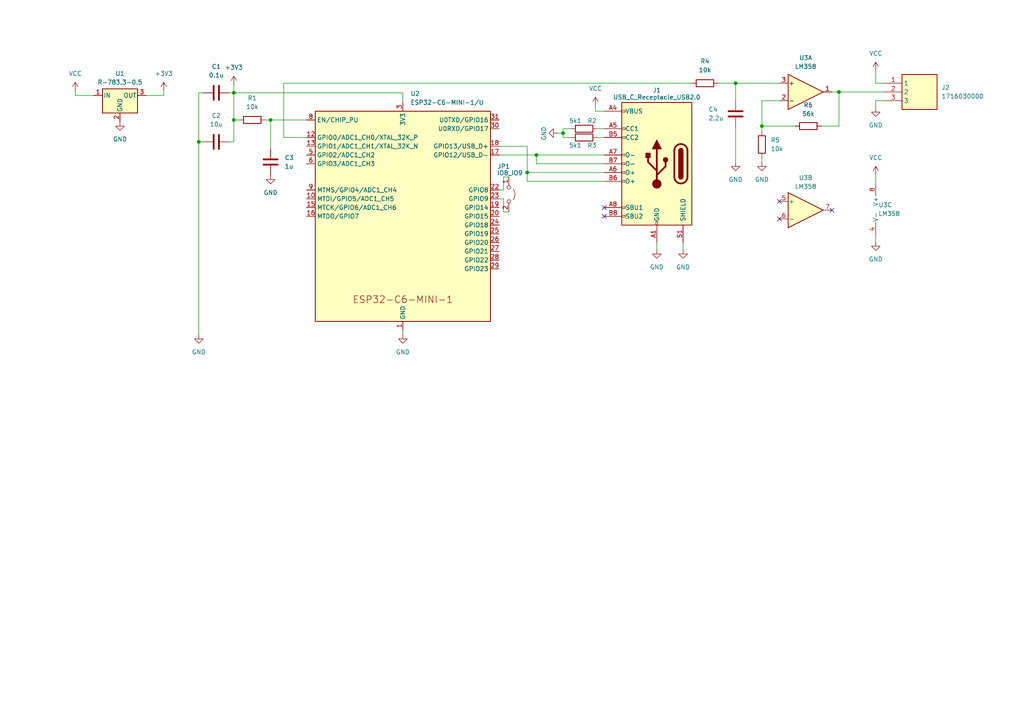
<source format=kicad_sch>
(kicad_sch (version 20231120) (generator "eeschema") (generator_version "8.0")
  (paper "A4")
  (lib_symbols
    (symbol "Amplifier_Operational:LM358" (pin_names (offset 0.127))
      (property "Reference" "U" (at 0 5.08 0))
      (property "Value" "LM358" (at 0 -5.08 0))
      (symbol "LM358_1_1"
        (polyline (pts (xy -5.08 5.08) (xy 5.08 0) (xy -5.08 -5.08) (xy -5.08 5.08)) (stroke (width 0.254)) (fill (type background)))
        (pin output line (at 7.62 0 180) (length 2.54) (name "~") (number "1"))
        (pin input line (at -7.62 -2.54 0) (length 2.54) (name "-") (number "2"))
        (pin input line (at -7.62 2.54 0) (length 2.54) (name "+") (number "3"))
      )
      (symbol "LM358_2_1"
        (polyline (pts (xy -5.08 5.08) (xy 5.08 0) (xy -5.08 -5.08) (xy -5.08 5.08)) (stroke (width 0.254)) (fill (type background)))
        (pin input line (at -7.62 2.54 0) (length 2.54) (name "+") (number "5"))
        (pin input line (at -7.62 -2.54 0) (length 2.54) (name "-") (number "6"))
        (pin output line (at 7.62 0 180) (length 2.54) (name "~") (number "7"))
      )
      (symbol "LM358_3_1"
        (pin power_in line (at -2.54 -7.62 90) (length 3.81) (name "V-") (number "4"))
        (pin power_in line (at -2.54 7.62 270) (length 3.81) (name "V+") (number "8"))
      )
    )
    (symbol "Connector:USB_C_Receptacle_USB2.0" (pin_names (offset 1.016))
      (property "Reference" "J" (at -10.16 19.05 0))
      (property "Value" "USB_C_Receptacle_USB2.0" (at 19.05 19.05 0))
      (symbol "USB_C_Receptacle_USB2.0_0_0"
        (rectangle (start -0.254 -17.78) (end 0.254 -16.764))
        (rectangle (start 10.16 -14.986) (end 9.144 -15.494))
        (rectangle (start 10.16 -12.446) (end 9.144 -12.954))
        (rectangle (start 10.16 -4.826) (end 9.144 -5.334))
        (rectangle (start 10.16 -2.286) (end 9.144 -2.794))
        (rectangle (start 10.16 0.254) (end 9.144 -0.254))
        (rectangle (start 10.16 2.794) (end 9.144 2.286))
        (rectangle (start 10.16 7.874) (end 9.144 7.366))
        (rectangle (start 10.16 10.414) (end 9.144 9.906))
        (rectangle (start 10.16 15.494) (end 9.144 14.986))
      )
      (symbol "USB_C_Receptacle_USB2.0_0_1"
        (rectangle (start -10.16 17.78) (end 10.16 -17.78) (stroke (width 0.254)) (fill (type background)))
        (arc (start -8.89 -3.81) (mid -6.985 -5.7067) (end -5.08 -3.81) (stroke (width 0.508)))
        (arc (start -7.62 -3.81) (mid -6.985 -4.4423) (end -6.35 -3.81) (stroke (width 0.254)))
        (arc (start -7.62 -3.81) (mid -6.985 -4.4423) (end -6.35 -3.81) (stroke (width 0.254)) (fill (type outline)))
        (rectangle (start -7.62 -3.81) (end -6.35 3.81) (stroke (width 0.254)) (fill (type outline)))
        (arc (start -6.35 3.81) (mid -6.985 4.4423) (end -7.62 3.81) (stroke (width 0.254)))
        (arc (start -6.35 3.81) (mid -6.985 4.4423) (end -7.62 3.81) (stroke (width 0.254)) (fill (type outline)))
        (arc (start -5.08 3.81) (mid -6.985 5.7067) (end -8.89 3.81) (stroke (width 0.508)))
        (circle (center -2.54 1.143) (radius 0.635) (stroke (width 0.254)) (fill (type outline)))
        (circle (center 0 -5.842) (radius 1.27) (fill (type outline)))
        (polyline (pts (xy -8.89 -3.81) (xy -8.89 3.81)) (stroke (width 0.508)))
        (polyline (pts (xy -5.08 3.81) (xy -5.08 -3.81)) (stroke (width 0.508)))
        (polyline (pts (xy 0 -5.842) (xy 0 4.318)) (stroke (width 0.508)))
        (polyline (pts (xy 0 -3.302) (xy -2.54 -0.762) (xy -2.54 0.508)) (stroke (width 0.508)))
        (polyline (pts (xy 0 -2.032) (xy 2.54 0.508) (xy 2.54 1.778)) (stroke (width 0.508)))
        (polyline (pts (xy -1.27 4.318) (xy 0 6.858) (xy 1.27 4.318) (xy -1.27 4.318)) (stroke (width 0.254)) (fill (type outline)))
        (rectangle (start 1.905 1.778) (end 3.175 3.048) (stroke (width 0.254)) (fill (type outline)))
      )
      (symbol "USB_C_Receptacle_USB2.0_1_1"
        (pin passive line (at 0 -22.86 90) (length 5.08) (name "GND") (number "A1"))
        (pin passive line (at 0 -22.86 90) (length 5.08) hide (name "GND") (number "A12"))
        (pin passive line (at 15.24 15.24 180) (length 5.08) (name "VBUS") (number "A4"))
        (pin bidirectional line (at 15.24 10.16 180) (length 5.08) (name "CC1") (number "A5"))
        (pin bidirectional line (at 15.24 -2.54 180) (length 5.08) (name "D+") (number "A6"))
        (pin bidirectional line (at 15.24 2.54 180) (length 5.08) (name "D-") (number "A7"))
        (pin bidirectional line (at 15.24 -12.7 180) (length 5.08) (name "SBU1") (number "A8"))
        (pin passive line (at 15.24 15.24 180) (length 5.08) hide (name "VBUS") (number "A9"))
        (pin passive line (at 0 -22.86 90) (length 5.08) hide (name "GND") (number "B1"))
        (pin passive line (at 0 -22.86 90) (length 5.08) hide (name "GND") (number "B12"))
        (pin passive line (at 15.24 15.24 180) (length 5.08) hide (name "VBUS") (number "B4"))
        (pin bidirectional line (at 15.24 7.62 180) (length 5.08) (name "CC2") (number "B5"))
        (pin bidirectional line (at 15.24 -5.08 180) (length 5.08) (name "D+") (number "B6"))
        (pin bidirectional line (at 15.24 0 180) (length 5.08) (name "D-") (number "B7"))
        (pin bidirectional line (at 15.24 -15.24 180) (length 5.08) (name "SBU2") (number "B8"))
        (pin passive line (at 15.24 15.24 180) (length 5.08) hide (name "VBUS") (number "B9"))
        (pin passive line (at -7.62 -22.86 90) (length 5.08) (name "SHIELD") (number "S1"))
      )
    )
    (symbol "Device:C" (pin_numbers hide) (pin_names (offset 0.254))
      (property "Reference" "C" (at 0.635 2.54 0))
      (property "Value" "C" (at 0.635 -2.54 0))
      (symbol "C_0_1"
        (polyline (pts (xy -2.032 -0.762) (xy 2.032 -0.762)) (stroke (width 0.508)))
        (polyline (pts (xy -2.032 0.762) (xy 2.032 0.762)) (stroke (width 0.508)))
      )
      (symbol "C_1_1"
        (pin passive line (at 0 3.81 270) (length 2.794) (name "~") (number "1"))
        (pin passive line (at 0 -3.81 90) (length 2.794) (name "~") (number "2"))
      )
    )
    (symbol "Device:R" (pin_numbers hide) (pin_names (offset 0))
      (property "Reference" "R" (at 2.032 0 90))
      (property "Value" "R" (at 0 0 90))
      (symbol "R_0_1"
        (rectangle (start -1.016 -2.54) (end 1.016 2.54) (stroke (width 0.254)))
      )
      (symbol "R_1_1"
        (pin passive line (at 0 3.81 270) (length 1.27) (name "~") (number "1"))
        (pin passive line (at 0 -3.81 90) (length 1.27) (name "~") (number "2"))
      )
    )
    (symbol "Jumper:Jumper_2_Open" (pin_names (offset 0) hide)
      (property "Reference" "JP" (at 0 2.794 0))
      (property "Value" "Jumper_2_Open" (at 0 -2.286 0))
      (symbol "Jumper_2_Open_0_0"
        (circle (center -2.032 0) (radius 0.508))
        (circle (center 2.032 0) (radius 0.508))
      )
      (symbol "Jumper_2_Open_0_1"
        (arc (start 1.524 1.27) (mid 0 1.778) (end -1.524 1.27))
      )
      (symbol "Jumper_2_Open_1_1"
        (pin passive line (at -5.08 0 0) (length 2.54) (name "A") (number "1"))
        (pin passive line (at 5.08 0 180) (length 2.54) (name "B") (number "2"))
      )
    )
    (symbol "PCM_Espressif:ESP32-C6-MINI-1/U"
      (property "Reference" "U" (at -25.4 35.56 0))
      (property "Value" "ESP32-C6-MINI-1/U" (at -25.4 33.02 0))
      (symbol "ESP32-C6-MINI-1/U_0_0"
        (text "ESP32-C6-MINI-1" (at 0 -24.13 0) (effects (font (size 2 2))))
      )
      (symbol "ESP32-C6-MINI-1/U_0_1"
        (rectangle (start -25.4 30.48) (end 25.4 -30.48) (stroke (width 0.254)) (fill (type background)))
      )
      (symbol "ESP32-C6-MINI-1/U_1_1"
        (pin power_in line (at 0 -33.02 90) (length 2.54) (name "GND") (number "1"))
        (pin bidirectional line (at -27.94 5.08 0) (length 2.54) (name "MTDI/GPIO5/ADC1_CH5") (number "10"))
        (pin passive line (at 0 -33.02 90) (length 2.54) hide (name "GND") (number "11"))
        (pin bidirectional line (at -27.94 22.86 0) (length 2.54) (name "GPIO0/ADC1_CH0/XTAL_32K_P") (number "12"))
        (pin bidirectional line (at -27.94 20.32 0) (length 2.54) (name "GPIO1/ADC1_CH1/XTAL_32K_N") (number "13"))
        (pin passive line (at 0 -33.02 90) (length 2.54) hide (name "GND") (number "14"))
        (pin bidirectional line (at -27.94 2.54 0) (length 2.54) (name "MTCK/GPIO6/ADC1_CH6") (number "15"))
        (pin bidirectional line (at -27.94 0 0) (length 2.54) (name "MTDO/GPIO7") (number "16"))
        (pin bidirectional line (at 27.94 17.78 180) (length 2.54) (name "GPIO12/USB_D-") (number "17"))
        (pin bidirectional line (at 27.94 20.32 180) (length 2.54) (name "GPIO13/USB_D+") (number "18"))
        (pin bidirectional line (at 27.94 2.54 180) (length 2.54) (name "GPIO14") (number "19"))
        (pin passive line (at 0 -33.02 90) (length 2.54) hide (name "GND") (number "2"))
        (pin bidirectional line (at 27.94 0 180) (length 2.54) (name "GPIO15") (number "20"))
        (pin no_connect line (at -25.4 -10.16 0) (length 2.54) hide (name "NC") (number "21"))
        (pin bidirectional line (at 27.94 7.62 180) (length 2.54) (name "GPIO8") (number "22"))
        (pin bidirectional line (at 27.94 5.08 180) (length 2.54) (name "GPIO9") (number "23"))
        (pin bidirectional line (at 27.94 -2.54 180) (length 2.54) (name "GPIO18") (number "24"))
        (pin bidirectional line (at 27.94 -5.08 180) (length 2.54) (name "GPIO19") (number "25"))
        (pin bidirectional line (at 27.94 -7.62 180) (length 2.54) (name "GPIO20") (number "26"))
        (pin bidirectional line (at 27.94 -10.16 180) (length 2.54) (name "GPIO21") (number "27"))
        (pin bidirectional line (at 27.94 -12.7 180) (length 2.54) (name "GPIO22") (number "28"))
        (pin bidirectional line (at 27.94 -15.24 180) (length 2.54) (name "GPIO23") (number "29"))
        (pin power_in line (at 0 33.02 270) (length 2.54) (name "3V3") (number "3"))
        (pin bidirectional line (at 27.94 25.4 180) (length 2.54) (name "U0RXD/GPIO17") (number "30"))
        (pin bidirectional line (at 27.94 27.94 180) (length 2.54) (name "U0TXD/GPIO16") (number "31"))
        (pin no_connect line (at -25.4 -12.7 0) (length 2.54) hide (name "NC") (number "32"))
        (pin no_connect line (at -25.4 -15.24 0) (length 2.54) hide (name "NC") (number "33"))
        (pin no_connect line (at -25.4 -17.78 0) (length 2.54) hide (name "NC") (number "34"))
        (pin no_connect line (at -25.4 -20.32 0) (length 2.54) hide (name "NC") (number "35"))
        (pin passive line (at 0 -33.02 90) (length 2.54) hide (name "GND") (number "36"))
        (pin passive line (at 0 -33.02 90) (length 2.54) hide (name "GND") (number "37"))
        (pin passive line (at 0 -33.02 90) (length 2.54) hide (name "GND") (number "38"))
        (pin passive line (at 0 -33.02 90) (length 2.54) hide (name "GND") (number "39"))
        (pin no_connect line (at -25.4 -5.08 0) (length 2.54) hide (name "NC") (number "4"))
        (pin passive line (at 0 -33.02 90) (length 2.54) hide (name "GND") (number "40"))
        (pin passive line (at 0 -33.02 90) (length 2.54) hide (name "GND") (number "41"))
        (pin passive line (at 0 -33.02 90) (length 2.54) hide (name "GND") (number "42"))
        (pin passive line (at 0 -33.02 90) (length 2.54) hide (name "GND") (number "43"))
        (pin passive line (at 0 -33.02 90) (length 2.54) hide (name "GND") (number "44"))
        (pin passive line (at 0 -33.02 90) (length 2.54) hide (name "GND") (number "45"))
        (pin passive line (at 0 -33.02 90) (length 2.54) hide (name "GND") (number "46"))
        (pin passive line (at 0 -33.02 90) (length 2.54) hide (name "GND") (number "47"))
        (pin passive line (at 0 -33.02 90) (length 2.54) hide (name "GND") (number "48"))
        (pin passive line (at 0 -33.02 90) (length 2.54) hide (name "GND") (number "49"))
        (pin bidirectional line (at -27.94 17.78 0) (length 2.54) (name "GPIO2/ADC1_CH2") (number "5"))
        (pin passive line (at 0 -33.02 90) (length 2.54) hide (name "GND") (number "50"))
        (pin passive line (at 0 -33.02 90) (length 2.54) hide (name "GND") (number "51"))
        (pin passive line (at 0 -33.02 90) (length 2.54) hide (name "GND") (number "52"))
        (pin passive line (at 0 -33.02 90) (length 2.54) hide (name "GND") (number "53"))
        (pin bidirectional line (at -27.94 15.24 0) (length 2.54) (name "GPIO3/ADC1_CH3") (number "6"))
        (pin no_connect line (at -25.4 -7.62 0) (length 2.54) hide (name "NC") (number "7"))
        (pin input line (at -27.94 27.94 0) (length 2.54) (name "EN/CHIP_PU") (number "8"))
        (pin bidirectional line (at -27.94 7.62 0) (length 2.54) (name "MTMS/GPIO4/ADC1_CH4") (number "9"))
      )
    )
    (symbol "Regulator_Switching:R-783.3-0.5" (pin_names (offset 0.254))
      (property "Reference" "U" (at -3.81 3.175 0))
      (property "Value" "R-783.3-0.5" (at 0 3.175 0))
      (symbol "R-783.3-0.5_0_1"
        (rectangle (start -5.08 1.905) (end 5.08 -5.08) (stroke (width 0.254)) (fill (type background)))
      )
      (symbol "R-783.3-0.5_1_1"
        (pin power_in line (at -7.62 0 0) (length 2.54) (name "IN") (number "1"))
        (pin power_in line (at 0 -7.62 90) (length 2.54) (name "GND") (number "2"))
        (pin power_out line (at 7.62 0 180) (length 2.54) (name "OUT") (number "3"))
      )
    )
    (symbol "SamacSys_Parts:1716030000"
      (property "Reference" "J" (at 16.51 7.62 0))
      (property "Value" "1716030000" (at 16.51 5.08 0))
      (symbol "1716030000_1_1"
        (rectangle (start 5.08 2.54) (end 15.24 -7.62) (stroke (width 0.254)) (fill (type background)))
        (pin passive line (at 0 0 0) (length 5.08) (name "1") (number "1"))
        (pin passive line (at 0 -2.54 0) (length 5.08) (name "2") (number "2"))
        (pin passive line (at 0 -5.08 0) (length 5.08) (name "3") (number "3"))
      )
    )
    (symbol "power:+3V3" (power) (pin_names (offset 0))
      (property "Value" "+3V3" (at 0 3.556 0))
      (symbol "+3V3_0_1"
        (polyline (pts (xy -0.762 1.27) (xy 0 2.54)))
        (polyline (pts (xy 0 0) (xy 0 2.54)))
        (polyline (pts (xy 0 2.54) (xy 0.762 1.27)))
      )
      (symbol "+3V3_1_1"
        (pin power_in line (at 0 0 90) (length 0) hide (name "+3V3") (number "1"))
      )
    )
    (symbol "power:GND" (power) (pin_names (offset 0))
      (property "Value" "GND" (at 0 -3.81 0))
      (symbol "GND_0_1"
        (polyline (pts (xy 0 0) (xy 0 -1.27) (xy 1.27 -1.27) (xy 0 -2.54) (xy -1.27 -1.27) (xy 0 -1.27)))
      )
      (symbol "GND_1_1"
        (pin power_in line (at 0 0 270) (length 0) hide (name "GND") (number "1"))
      )
    )
    (symbol "power:VCC" (power) (pin_names (offset 0))
      (property "Value" "VCC" (at 0 3.81 0))
      (symbol "VCC_0_1"
        (polyline (pts (xy -0.762 1.27) (xy 0 2.54)))
        (polyline (pts (xy 0 0) (xy 0 2.54)))
        (polyline (pts (xy 0 2.54) (xy 0.762 1.27)))
      )
      (symbol "VCC_1_1"
        (pin power_in line (at 0 0 90) (length 0) hide (name "VCC") (number "1"))
      )
    )
  )
  (junction (at 78.486 34.798))
  (junction (at 57.658 41.148))
  (junction (at 67.818 34.798))
  (junction (at 220.98 36.576))
  (junction (at 213.36 24.13))
  (junction (at 67.818 26.924))
  (junction (at 155.575 44.958))
  (junction (at 152.908 50.038))
  (junction (at 243.332 26.67))
  (junction (at 163.322 38.608))
  (no_connect (at 175.26 62.738))
  (no_connect (at 175.26 60.198))
  (no_connect (at 226.06 63.5))
  (no_connect (at 226.06 58.42))
  (no_connect (at 241.3 60.96))
  (wire (pts (xy 67.818 24.638) (xy 67.818 26.924)))
  (wire (pts (xy 155.575 44.958) (xy 155.575 47.498)))
  (wire (pts (xy 220.98 36.576) (xy 220.98 29.21)))
  (wire (pts (xy 57.658 26.924) (xy 57.658 41.148)))
  (wire (pts (xy 66.548 26.924) (xy 67.818 26.924)))
  (wire (pts (xy 152.908 50.038) (xy 175.26 50.038)))
  (wire (pts (xy 163.322 38.608) (xy 163.322 39.878)))
  (wire (pts (xy 213.36 24.13) (xy 226.06 24.13)))
  (wire (pts (xy 21.844 26.416) (xy 21.844 27.686)))
  (wire (pts (xy 146.05 57.658) (xy 146.05 61.468)))
  (wire (pts (xy 152.908 50.038) (xy 152.908 42.418)))
  (wire (pts (xy 161.798 38.608) (xy 163.322 38.608)))
  (wire (pts (xy 190.5 70.358) (xy 190.5 72.39)))
  (wire (pts (xy 82.296 24.13) (xy 200.66 24.13)))
  (wire (pts (xy 67.818 26.924) (xy 67.818 34.798)))
  (wire (pts (xy 58.928 26.924) (xy 57.658 26.924)))
  (wire (pts (xy 163.322 37.338) (xy 163.322 38.608)))
  (wire (pts (xy 144.78 55.118) (xy 146.05 55.118)))
  (wire (pts (xy 256.54 29.21) (xy 254 29.21)))
  (wire (pts (xy 175.26 32.258) (xy 172.72 32.258)))
  (wire (pts (xy 146.05 51.308) (xy 147.574 51.308)))
  (wire (pts (xy 144.78 57.658) (xy 146.05 57.658)))
  (wire (pts (xy 254 29.21) (xy 254 31.242)))
  (wire (pts (xy 67.818 34.798) (xy 69.342 34.798)))
  (wire (pts (xy 220.98 36.576) (xy 230.632 36.576)))
  (wire (pts (xy 175.26 37.338) (xy 173.228 37.338)))
  (wire (pts (xy 88.9 39.878) (xy 82.296 39.878)))
  (wire (pts (xy 67.818 34.798) (xy 67.818 41.148)))
  (wire (pts (xy 254 68.326) (xy 254 70.104)))
  (wire (pts (xy 213.36 24.13) (xy 213.36 29.21)))
  (wire (pts (xy 238.252 36.576) (xy 243.332 36.576)))
  (wire (pts (xy 57.658 41.148) (xy 58.928 41.148)))
  (wire (pts (xy 144.78 42.418) (xy 152.908 42.418)))
  (wire (pts (xy 254 50.8) (xy 254 53.086)))
  (wire (pts (xy 220.98 45.72) (xy 220.98 46.99)))
  (wire (pts (xy 175.26 39.878) (xy 173.228 39.878)))
  (wire (pts (xy 42.418 27.686) (xy 47.498 27.686)))
  (wire (pts (xy 155.575 44.958) (xy 175.26 44.958)))
  (wire (pts (xy 208.28 24.13) (xy 213.36 24.13)))
  (wire (pts (xy 152.908 50.038) (xy 152.908 52.578)))
  (wire (pts (xy 116.84 95.758) (xy 116.84 97.028)))
  (wire (pts (xy 146.05 55.118) (xy 146.05 51.308)))
  (wire (pts (xy 144.78 44.958) (xy 155.575 44.958)))
  (wire (pts (xy 165.608 39.878) (xy 163.322 39.878)))
  (wire (pts (xy 243.332 26.67) (xy 256.54 26.67)))
  (wire (pts (xy 27.178 27.686) (xy 21.844 27.686)))
  (wire (pts (xy 57.658 41.148) (xy 57.658 97.028)))
  (wire (pts (xy 241.3 26.67) (xy 243.332 26.67)))
  (wire (pts (xy 78.486 34.798) (xy 78.486 43.18)))
  (wire (pts (xy 220.98 29.21) (xy 226.06 29.21)))
  (wire (pts (xy 254 20.574) (xy 254 24.13)))
  (wire (pts (xy 165.608 37.338) (xy 163.322 37.338)))
  (wire (pts (xy 152.908 52.578) (xy 175.26 52.578)))
  (wire (pts (xy 76.962 34.798) (xy 78.486 34.798)))
  (wire (pts (xy 198.12 70.358) (xy 198.12 72.39)))
  (wire (pts (xy 155.575 47.498) (xy 175.26 47.498)))
  (wire (pts (xy 256.54 24.13) (xy 254 24.13)))
  (wire (pts (xy 47.498 26.416) (xy 47.498 27.686)))
  (wire (pts (xy 172.72 32.258) (xy 172.72 30.734)))
  (wire (pts (xy 78.486 34.798) (xy 88.9 34.798)))
  (wire (pts (xy 243.332 36.576) (xy 243.332 26.67)))
  (wire (pts (xy 213.36 36.83) (xy 213.36 46.99)))
  (wire (pts (xy 116.84 26.924) (xy 116.84 29.718)))
  (wire (pts (xy 67.818 26.924) (xy 116.84 26.924)))
  (wire (pts (xy 66.548 41.148) (xy 67.818 41.148)))
  (wire (pts (xy 82.296 39.878) (xy 82.296 24.13)))
  (wire (pts (xy 146.05 61.468) (xy 147.574 61.468)))
  (wire (pts (xy 220.98 38.1) (xy 220.98 36.576)))
  (symbol (lib_id "Amplifier_Operational:LM358") (at 233.68 60.96 0) (unit 2)
    (property "Reference" "U3" (at 233.68 51.562 0))
    (property "Value" "LM358" (at 233.68 54.102 0))
    (property "Footprint" "SamacSys_Parts:SOP65P490X110-8N" (effects (hide yes)))
    (property "Datasheet" "http://www.ti.com/lit/ds/symlink/lm2904-n.pdf" (effects (hide yes)))
  )
  (symbol (lib_id "power:VCC") (at 21.844 26.416 0) (unit 1)
    (property "Reference" "#PWR01" (effects (hide yes)))
    (property "Value" "VCC" (at 21.844 21.336 0))
  )
  (symbol (lib_id "power:VCC") (at 172.72 30.734 0) (mirror y) (unit 1)
    (property "Reference" "#PWR09" (effects (hide yes)))
    (property "Value" "VCC" (at 172.72 25.654 0))
  )
  (symbol (lib_id "Device:R") (at 220.98 41.91 0) (unit 1)
    (property "Reference" "R5" (at 223.52 40.64 0) (effects (justify left)))
    (property "Value" "10k" (at 223.52 43.18 0) (effects (justify left)))
    (property "Footprint" "Resistor_SMD:R_0603_1608Metric" (effects (hide yes)))
  )
  (symbol (lib_id "power:GND") (at 57.658 97.028 0) (unit 1)
    (property "Reference" "#PWR04" (effects (hide yes)))
    (property "Value" "GND" (at 57.658 102.108 0))
  )
  (symbol (lib_id "Device:C") (at 62.738 41.148 90) (unit 1)
    (property "Reference" "C2" (at 62.738 33.528 90))
    (property "Value" "10u" (at 62.738 36.068 90))
    (property "Footprint" "Capacitor_SMD:C_0603_1608Metric" (effects (hide yes)))
  )
  (symbol (lib_id "power:GND") (at 254 70.104 0) (unit 1)
    (property "Reference" "#PWR016" (effects (hide yes)))
    (property "Value" "GND" (at 254 75.184 0))
  )
  (symbol (lib_id "Amplifier_Operational:LM358") (at 233.68 26.67 0) (unit 1)
    (property "Reference" "U3" (at 233.68 16.764 0))
    (property "Value" "LM358" (at 233.68 19.304 0))
    (property "Footprint" "SamacSys_Parts:SOP65P490X110-8N" (effects (hide yes)))
    (property "Datasheet" "http://www.ti.com/lit/ds/symlink/lm2904-n.pdf" (effects (hide yes)))
  )
  (symbol (lib_id "SamacSys_Parts:1716030000") (at 256.54 24.13 0) (unit 1)
    (property "Reference" "J2" (at 273.05 25.4 0) (effects (justify left)))
    (property "Value" "1716030000" (at 273.05 27.94 0) (effects (justify left)))
    (property "Footprint" "1716030000" (effects (hide yes)))
    (property "Datasheet" "http://catalog.weidmueller.com/createDatasheetForMobile.do?ordernumber=1716030000&scope1=1&scope2=1&localeId=en" (effects (hide yes)))
    (property "Height" "13.8" (effects (hide yes)))
    (property "Mouser Part Number" "470-1716030000" (effects (hide yes)))
    (property "Mouser Price/Stock" "https://www.mouser.co.uk/ProductDetail/Weidmuller/1716030000?qs=WJDKaGZ8K%252B5TjNFJJbvOug%3D%3D" (effects (hide yes)))
    (property "Manufacturer_Name" "Weidmuller" (effects (hide yes)))
    (property "Manufacturer_Part_Number" "1716030000" (effects (hide yes)))
  )
  (symbol (lib_id "power:VCC") (at 254 50.8 0) (unit 1)
    (property "Reference" "#PWR015" (effects (hide yes)))
    (property "Value" "VCC" (at 254 45.72 0))
  )
  (symbol (lib_id "power:GND") (at 161.798 38.608 270) (mirror x) (unit 1)
    (property "Reference" "#PWR08" (effects (hide yes)))
    (property "Value" "GND" (at 157.734 38.735 0))
  )
  (symbol (lib_id "Device:C") (at 78.486 46.99 0) (unit 1)
    (property "Reference" "C3" (at 82.55 45.72 0) (effects (justify left)))
    (property "Value" "1u" (at 82.55 48.26 0) (effects (justify left)))
    (property "Footprint" "Capacitor_SMD:C_0603_1608Metric" (effects (hide yes)))
  )
  (symbol (lib_id "Jumper:Jumper_2_Open") (at 147.574 56.388 270) (unit 1)
    (property "Reference" "JP1" (at 144.272 48.26 90) (effects (justify left)))
    (property "Value" "IO8_IO9" (at 144.145 50.165 90) (effects (justify left)))
    (property "Footprint" "Jumper:SolderJumper-2_P1.3mm_Open_Pad1.0x1.5mm" (effects (hide yes)))
  )
  (symbol (lib_id "Device:R") (at 234.442 36.576 90) (unit 1)
    (property "Reference" "R6" (at 234.442 30.48 90))
    (property "Value" "56k" (at 234.442 33.02 90))
    (property "Footprint" "Resistor_SMD:R_0603_1608Metric" (effects (hide yes)))
  )
  (symbol (lib_id "Device:C") (at 62.738 26.924 90) (unit 1)
    (property "Reference" "C1" (at 62.738 19.304 90))
    (property "Value" "0.1u" (at 62.738 21.844 90))
    (property "Footprint" "Capacitor_SMD:C_0603_1608Metric" (effects (hide yes)))
  )
  (symbol (lib_id "power:GND") (at 254 31.242 0) (unit 1)
    (property "Reference" "#PWR014" (effects (hide yes)))
    (property "Value" "GND" (at 254 36.322 0))
  )
  (symbol (lib_id "power:GND") (at 198.12 72.39 0) (mirror y) (unit 1)
    (property "Reference" "#PWR011" (effects (hide yes)))
    (property "Value" "GND" (at 198.12 77.47 0))
  )
  (symbol (lib_id "Device:R") (at 169.418 39.878 270) (mirror x) (unit 1)
    (property "Reference" "R3" (at 171.704 42.164 90))
    (property "Value" "5k1" (at 166.878 42.164 90))
    (property "Footprint" "Resistor_SMD:R_0603_1608Metric" (effects (hide yes)))
  )
  (symbol (lib_id "Device:R") (at 204.47 24.13 90) (unit 1)
    (property "Reference" "R4" (at 204.47 17.78 90))
    (property "Value" "10k" (at 204.47 20.32 90))
    (property "Footprint" "Resistor_SMD:R_0603_1608Metric" (effects (hide yes)))
  )
  (symbol (lib_id "Amplifier_Operational:LM358") (at 256.54 60.706 0) (unit 3)
    (property "Reference" "U3" (at 254.762 59.436 0) (effects (justify left)))
    (property "Value" "LM358" (at 254.762 61.976 0) (effects (justify left)))
    (property "Footprint" "SamacSys_Parts:SOP65P490X110-8N" (effects (hide yes)))
    (property "Datasheet" "http://www.ti.com/lit/ds/symlink/lm2904-n.pdf" (effects (hide yes)))
  )
  (symbol (lib_id "Device:R") (at 73.152 34.798 270) (unit 1)
    (property "Reference" "R1" (at 73.152 28.448 90))
    (property "Value" "10k" (at 73.152 30.988 90))
    (property "Footprint" "Resistor_SMD:R_0603_1608Metric" (effects (hide yes)))
  )
  (symbol (lib_id "power:+3V3") (at 67.818 24.638 0) (unit 1)
    (property "Reference" "#PWR05" (effects (hide yes)))
    (property "Value" "+3V3" (at 67.818 19.558 0))
  )
  (symbol (lib_id "power:GND") (at 220.98 46.99 0) (unit 1)
    (property "Reference" "#PWR012" (effects (hide yes)))
    (property "Value" "GND" (at 220.98 52.07 0))
  )
  (symbol (lib_id "power:GND") (at 78.486 50.8 0) (unit 1)
    (property "Reference" "#PWR06" (effects (hide yes)))
    (property "Value" "GND" (at 78.486 55.88 0))
  )
  (symbol (lib_id "Connector:USB_C_Receptacle_USB2.0") (at 190.5 47.498 0) (mirror y) (unit 1)
    (property "Reference" "J1" (at 190.5 26.162 0))
    (property "Value" "USB_C_Receptacle_USB2.0" (at 190.5 28.194 0))
    (property "Footprint" "SamacSys_Parts:USB_C_Receptacle_JAE_DX07S016JA1R1500" (effects (hide yes)))
    (property "Datasheet" "https://www.usb.org/sites/default/files/documents/usb_type-c.zip" (effects (hide yes)))
  )
  (symbol (lib_id "power:+3V3") (at 47.498 26.416 0) (unit 1)
    (property "Reference" "#PWR03" (effects (hide yes)))
    (property "Value" "+3V3" (at 47.498 21.336 0))
  )
  (symbol (lib_id "PCM_Espressif:ESP32-C6-MINI-1/U") (at 116.84 62.738 0) (unit 1)
    (property "Reference" "U2" (at 119.0341 27.178 0) (effects (justify left)))
    (property "Value" "ESP32-C6-MINI-1/U" (at 119.0341 29.718 0) (effects (justify left)))
    (property "Footprint" "PCM_Espressif:ESP32-C6-MINI-1" (effects (hide yes)))
    (property "Datasheet" "https://www.espressif.com/sites/default/files/documentation/esp32-c6-mini-1_datasheet_en.pdf" (effects (hide yes)))
  )
  (symbol (lib_id "power:GND") (at 34.798 35.306 0) (unit 1)
    (property "Reference" "#PWR02" (effects (hide yes)))
    (property "Value" "GND" (at 34.798 40.386 0))
  )
  (symbol (lib_id "power:GND") (at 213.36 46.99 0) (unit 1)
    (property "Reference" "#PWR017" (effects (hide yes)))
    (property "Value" "GND" (at 213.36 52.07 0))
  )
  (symbol (lib_id "Device:R") (at 169.418 37.338 270) (mirror x) (unit 1)
    (property "Reference" "R2" (at 171.704 35.052 90))
    (property "Value" "5k1" (at 166.878 35.052 90))
    (property "Footprint" "Resistor_SMD:R_0603_1608Metric" (effects (hide yes)))
  )
  (symbol (lib_id "power:VCC") (at 254 20.574 0) (unit 1)
    (property "Reference" "#PWR013" (effects (hide yes)))
    (property "Value" "VCC" (at 254 15.494 0))
  )
  (symbol (lib_id "power:GND") (at 190.5 72.39 0) (mirror y) (unit 1)
    (property "Reference" "#PWR010" (effects (hide yes)))
    (property "Value" "GND" (at 190.5 77.47 0))
  )
  (symbol (lib_id "Regulator_Switching:R-783.3-0.5") (at 34.798 27.686 0) (unit 1)
    (property "Reference" "U1" (at 34.798 21.336 0))
    (property "Value" "R-783.3-0.5" (at 34.798 23.876 0))
    (property "Footprint" "Converter_DCDC:Converter_DCDC_RECOM_R-78E-0.5_THT" (effects (hide yes)))
    (property "Datasheet" "https://www.recom-power.com/pdf/Innoline/R-78xx-0.5.pdf" (effects (hide yes)))
  )
  (symbol (lib_id "Device:C") (at 213.36 33.02 0) (unit 1)
    (property "Reference" "C4" (at 205.486 31.75 0) (effects (justify left)))
    (property "Value" "2.2u" (at 205.486 34.29 0) (effects (justify left)))
    (property "Footprint" "Capacitor_SMD:C_0603_1608Metric" (effects (hide yes)))
  )
  (symbol (lib_id "power:GND") (at 116.84 97.028 0) (unit 1)
    (property "Reference" "#PWR07" (effects (hide yes)))
    (property "Value" "GND" (at 116.84 102.108 0))
  )
)
</source>
